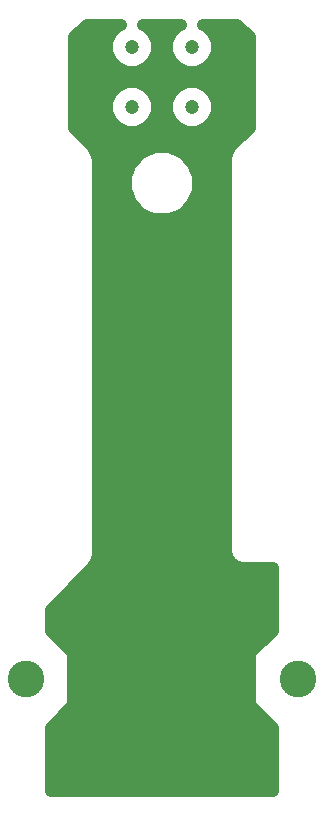
<source format=gbr>
G04 (created by PCBNEW (2013-may-18)-stable) date Пт 28 авг 2015 20:21:17*
%MOIN*%
G04 Gerber Fmt 3.4, Leading zero omitted, Abs format*
%FSLAX34Y34*%
G01*
G70*
G90*
G04 APERTURE LIST*
%ADD10C,0.00393701*%
%ADD11C,0.122047*%
%ADD12C,0.0472441*%
%ADD13C,0.0393701*%
G04 APERTURE END LIST*
G54D10*
G54D11*
X7081Y-27840D03*
X16137Y-27840D03*
G54D12*
X12609Y-6761D03*
X10609Y-6761D03*
X10609Y-8761D03*
X12609Y-8761D03*
G54D10*
G36*
X15320Y-31550D02*
X13436Y-31550D01*
X13436Y-8597D01*
X13310Y-8293D01*
X13078Y-8060D01*
X12774Y-7934D01*
X12445Y-7934D01*
X12141Y-8060D01*
X11908Y-8292D01*
X11782Y-8596D01*
X11782Y-8925D01*
X11908Y-9229D01*
X12140Y-9461D01*
X12444Y-9588D01*
X12773Y-9588D01*
X13077Y-9462D01*
X13309Y-9230D01*
X13436Y-8926D01*
X13436Y-8597D01*
X13436Y-31550D01*
X12811Y-31550D01*
X12811Y-11074D01*
X12810Y-11070D01*
X12810Y-11066D01*
X12720Y-10849D01*
X12632Y-10631D01*
X12628Y-10625D01*
X12628Y-10625D01*
X12627Y-10625D01*
X12622Y-10617D01*
X12619Y-10616D01*
X12297Y-10294D01*
X12296Y-10291D01*
X12293Y-10290D01*
X12290Y-10287D01*
X12073Y-10197D01*
X11856Y-10105D01*
X11852Y-10105D01*
X11849Y-10104D01*
X11614Y-10103D01*
X11436Y-10102D01*
X11436Y-8597D01*
X11310Y-8293D01*
X11078Y-8060D01*
X10774Y-7934D01*
X10445Y-7934D01*
X10141Y-8060D01*
X9908Y-8292D01*
X9782Y-8596D01*
X9782Y-8925D01*
X9908Y-9229D01*
X10140Y-9461D01*
X10444Y-9588D01*
X10773Y-9588D01*
X11077Y-9462D01*
X11309Y-9230D01*
X11436Y-8926D01*
X11436Y-8597D01*
X11436Y-10102D01*
X11379Y-10102D01*
X11375Y-10103D01*
X11371Y-10103D01*
X11154Y-10193D01*
X10936Y-10281D01*
X10930Y-10286D01*
X10930Y-10286D01*
X10930Y-10286D01*
X10922Y-10291D01*
X10921Y-10294D01*
X10598Y-10616D01*
X10596Y-10617D01*
X10594Y-10620D01*
X10592Y-10623D01*
X10501Y-10840D01*
X10410Y-11057D01*
X10410Y-11061D01*
X10408Y-11064D01*
X10408Y-11299D01*
X10406Y-11535D01*
X10408Y-11538D01*
X10408Y-11542D01*
X10498Y-11759D01*
X10586Y-11977D01*
X10590Y-11983D01*
X10590Y-11984D01*
X10590Y-11984D01*
X10596Y-11992D01*
X10599Y-11992D01*
X10921Y-12315D01*
X10922Y-12317D01*
X10925Y-12319D01*
X10928Y-12322D01*
X11145Y-12412D01*
X11362Y-12503D01*
X11365Y-12503D01*
X11369Y-12505D01*
X11604Y-12505D01*
X11839Y-12507D01*
X11843Y-12505D01*
X11847Y-12505D01*
X12064Y-12415D01*
X12282Y-12327D01*
X12288Y-12323D01*
X12288Y-12323D01*
X12288Y-12323D01*
X12296Y-12317D01*
X12297Y-12314D01*
X12619Y-11992D01*
X12622Y-11992D01*
X12624Y-11988D01*
X12626Y-11985D01*
X12717Y-11768D01*
X12808Y-11552D01*
X12808Y-11548D01*
X12810Y-11544D01*
X12810Y-11309D01*
X12811Y-11074D01*
X12811Y-31550D01*
X7898Y-31550D01*
X7898Y-29466D01*
X8656Y-28709D01*
X8656Y-26971D01*
X7898Y-26213D01*
X7898Y-25537D01*
X9292Y-24144D01*
X9426Y-23943D01*
X9426Y-23943D01*
X9473Y-23706D01*
X9473Y-10517D01*
X9426Y-10280D01*
X9426Y-10280D01*
X9292Y-10078D01*
X8686Y-9473D01*
X8686Y-6443D01*
X9110Y-6019D01*
X10240Y-6019D01*
X10141Y-6060D01*
X9908Y-6292D01*
X9782Y-6596D01*
X9782Y-6925D01*
X9908Y-7229D01*
X10140Y-7461D01*
X10444Y-7588D01*
X10773Y-7588D01*
X11077Y-7462D01*
X11309Y-7230D01*
X11436Y-6926D01*
X11436Y-6597D01*
X11310Y-6293D01*
X11078Y-6060D01*
X10978Y-6019D01*
X12240Y-6019D01*
X12141Y-6060D01*
X11908Y-6292D01*
X11782Y-6596D01*
X11782Y-6925D01*
X11908Y-7229D01*
X12140Y-7461D01*
X12444Y-7588D01*
X12773Y-7588D01*
X13077Y-7462D01*
X13309Y-7230D01*
X13436Y-6926D01*
X13436Y-6597D01*
X13310Y-6293D01*
X13078Y-6060D01*
X12978Y-6019D01*
X14108Y-6019D01*
X14532Y-6443D01*
X14532Y-9473D01*
X13926Y-10078D01*
X13792Y-10280D01*
X13745Y-10517D01*
X13745Y-23509D01*
X13792Y-23746D01*
X13926Y-23947D01*
X14128Y-24082D01*
X14365Y-24129D01*
X15320Y-24129D01*
X15320Y-26213D01*
X14562Y-26971D01*
X14562Y-28709D01*
X15320Y-29466D01*
X15320Y-31550D01*
X15320Y-31550D01*
G37*
G54D13*
X15320Y-31550D02*
X13436Y-31550D01*
X13436Y-8597D01*
X13310Y-8293D01*
X13078Y-8060D01*
X12774Y-7934D01*
X12445Y-7934D01*
X12141Y-8060D01*
X11908Y-8292D01*
X11782Y-8596D01*
X11782Y-8925D01*
X11908Y-9229D01*
X12140Y-9461D01*
X12444Y-9588D01*
X12773Y-9588D01*
X13077Y-9462D01*
X13309Y-9230D01*
X13436Y-8926D01*
X13436Y-8597D01*
X13436Y-31550D01*
X12811Y-31550D01*
X12811Y-11074D01*
X12810Y-11070D01*
X12810Y-11066D01*
X12720Y-10849D01*
X12632Y-10631D01*
X12628Y-10625D01*
X12628Y-10625D01*
X12627Y-10625D01*
X12622Y-10617D01*
X12619Y-10616D01*
X12297Y-10294D01*
X12296Y-10291D01*
X12293Y-10290D01*
X12290Y-10287D01*
X12073Y-10197D01*
X11856Y-10105D01*
X11852Y-10105D01*
X11849Y-10104D01*
X11614Y-10103D01*
X11436Y-10102D01*
X11436Y-8597D01*
X11310Y-8293D01*
X11078Y-8060D01*
X10774Y-7934D01*
X10445Y-7934D01*
X10141Y-8060D01*
X9908Y-8292D01*
X9782Y-8596D01*
X9782Y-8925D01*
X9908Y-9229D01*
X10140Y-9461D01*
X10444Y-9588D01*
X10773Y-9588D01*
X11077Y-9462D01*
X11309Y-9230D01*
X11436Y-8926D01*
X11436Y-8597D01*
X11436Y-10102D01*
X11379Y-10102D01*
X11375Y-10103D01*
X11371Y-10103D01*
X11154Y-10193D01*
X10936Y-10281D01*
X10930Y-10286D01*
X10930Y-10286D01*
X10930Y-10286D01*
X10922Y-10291D01*
X10921Y-10294D01*
X10598Y-10616D01*
X10596Y-10617D01*
X10594Y-10620D01*
X10592Y-10623D01*
X10501Y-10840D01*
X10410Y-11057D01*
X10410Y-11061D01*
X10408Y-11064D01*
X10408Y-11299D01*
X10406Y-11535D01*
X10408Y-11538D01*
X10408Y-11542D01*
X10498Y-11759D01*
X10586Y-11977D01*
X10590Y-11983D01*
X10590Y-11984D01*
X10590Y-11984D01*
X10596Y-11992D01*
X10599Y-11992D01*
X10921Y-12315D01*
X10922Y-12317D01*
X10925Y-12319D01*
X10928Y-12322D01*
X11145Y-12412D01*
X11362Y-12503D01*
X11365Y-12503D01*
X11369Y-12505D01*
X11604Y-12505D01*
X11839Y-12507D01*
X11843Y-12505D01*
X11847Y-12505D01*
X12064Y-12415D01*
X12282Y-12327D01*
X12288Y-12323D01*
X12288Y-12323D01*
X12288Y-12323D01*
X12296Y-12317D01*
X12297Y-12314D01*
X12619Y-11992D01*
X12622Y-11992D01*
X12624Y-11988D01*
X12626Y-11985D01*
X12717Y-11768D01*
X12808Y-11552D01*
X12808Y-11548D01*
X12810Y-11544D01*
X12810Y-11309D01*
X12811Y-11074D01*
X12811Y-31550D01*
X7898Y-31550D01*
X7898Y-29466D01*
X8656Y-28709D01*
X8656Y-26971D01*
X7898Y-26213D01*
X7898Y-25537D01*
X9292Y-24144D01*
X9426Y-23943D01*
X9426Y-23943D01*
X9473Y-23706D01*
X9473Y-10517D01*
X9426Y-10280D01*
X9426Y-10280D01*
X9292Y-10078D01*
X8686Y-9473D01*
X8686Y-6443D01*
X9110Y-6019D01*
X10240Y-6019D01*
X10141Y-6060D01*
X9908Y-6292D01*
X9782Y-6596D01*
X9782Y-6925D01*
X9908Y-7229D01*
X10140Y-7461D01*
X10444Y-7588D01*
X10773Y-7588D01*
X11077Y-7462D01*
X11309Y-7230D01*
X11436Y-6926D01*
X11436Y-6597D01*
X11310Y-6293D01*
X11078Y-6060D01*
X10978Y-6019D01*
X12240Y-6019D01*
X12141Y-6060D01*
X11908Y-6292D01*
X11782Y-6596D01*
X11782Y-6925D01*
X11908Y-7229D01*
X12140Y-7461D01*
X12444Y-7588D01*
X12773Y-7588D01*
X13077Y-7462D01*
X13309Y-7230D01*
X13436Y-6926D01*
X13436Y-6597D01*
X13310Y-6293D01*
X13078Y-6060D01*
X12978Y-6019D01*
X14108Y-6019D01*
X14532Y-6443D01*
X14532Y-9473D01*
X13926Y-10078D01*
X13792Y-10280D01*
X13745Y-10517D01*
X13745Y-23509D01*
X13792Y-23746D01*
X13926Y-23947D01*
X14128Y-24082D01*
X14365Y-24129D01*
X15320Y-24129D01*
X15320Y-26213D01*
X14562Y-26971D01*
X14562Y-28709D01*
X15320Y-29466D01*
X15320Y-31550D01*
M02*

</source>
